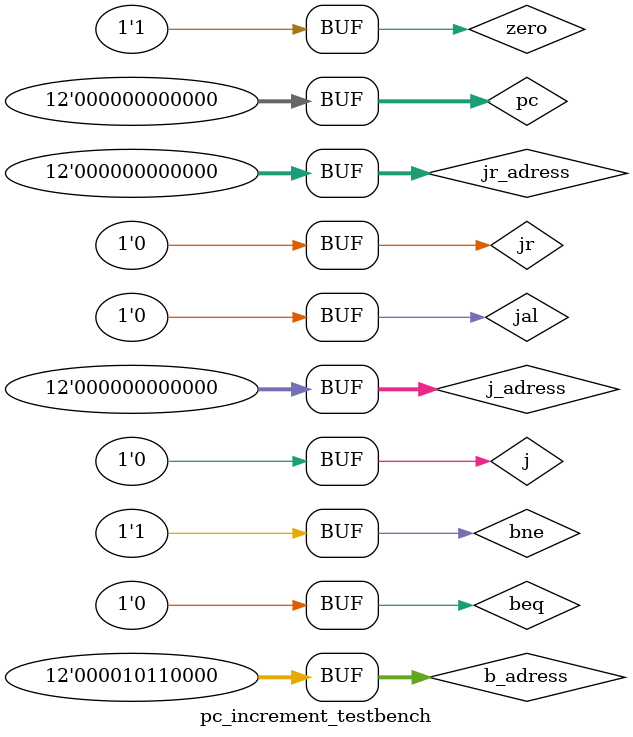
<source format=v>
module pc_increment_testbench();

reg j,jal,jr,beq,bne,zero;
reg [11:0] pc, j_adress, jr_adress, b_adress; 
wire [11:0] new_pc;

pc_increment pci(new_pc,pc,j,jal,j_adress,jr,jr_adress,beq,bne,zero,b_adress);

initial begin
pc = 12'h000; j = 0; jal = 0; j_adress = 12'h000; jr = 0; jr_adress = 12'h000; beq = 0; bne = 0; zero = 0; b_adress = 12'h000;
#20;
pc = 12'h000; j = 1; jal = 0; j_adress = 12'h222; jr = 0; jr_adress = 12'h000; beq = 0; bne = 0; zero = 0; b_adress = 12'h000;
#20;
pc = 12'h000; j = 0; jal = 1; j_adress = 12'h220; jr = 0; jr_adress = 12'h000; beq = 0; bne = 0; zero = 0; b_adress = 12'h000;
#20;
pc = 12'h000; j = 0; jal = 0; j_adress = 12'h000; jr = 1; jr_adress = 12'h200; beq = 0; bne = 0; zero = 0; b_adress = 12'h000;
#20;
pc = 12'h000; j = 0; jal = 0; j_adress = 12'h000; jr = 0; jr_adress = 12'h000; beq = 1; bne = 0; zero = 1; b_adress = 12'h00b;
#20;
pc = 12'h000; j = 0; jal = 0; j_adress = 12'h000; jr = 0; jr_adress = 12'h000; beq = 1; bne = 0; zero = 0; b_adress = 12'h00b;
#20;
pc = 12'h000; j = 0; jal = 0; j_adress = 12'h000; jr = 0; jr_adress = 12'h000; beq = 0; bne = 1; zero = 0; b_adress = 12'h0b0;
#20;
pc = 12'h000; j = 0; jal = 0; j_adress = 12'h000; jr = 0; jr_adress = 12'h000; beq = 0; bne = 1; zero = 1; b_adress = 12'h0b0;
end

initial begin
$monitor("newpc= %h", new_pc);
end




endmodule
</source>
